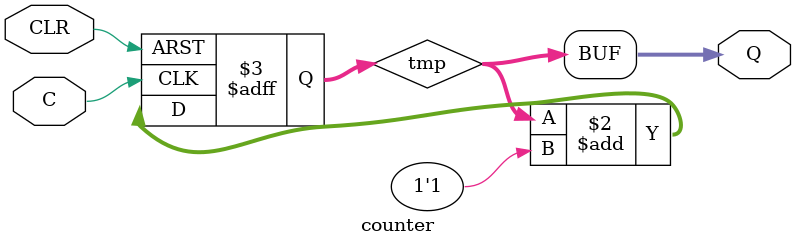
<source format=v>
module counter (C, CLR, Q);
input C, CLR;
output [3:0] Q;
reg [3:0] tmp;
always @(posedge C or posedge CLR)
begin
if (CLR)
tmp = 4'b0000;
else
tmp = tmp + 1'b1;
end
assign Q = tmp;
endmodule

</source>
